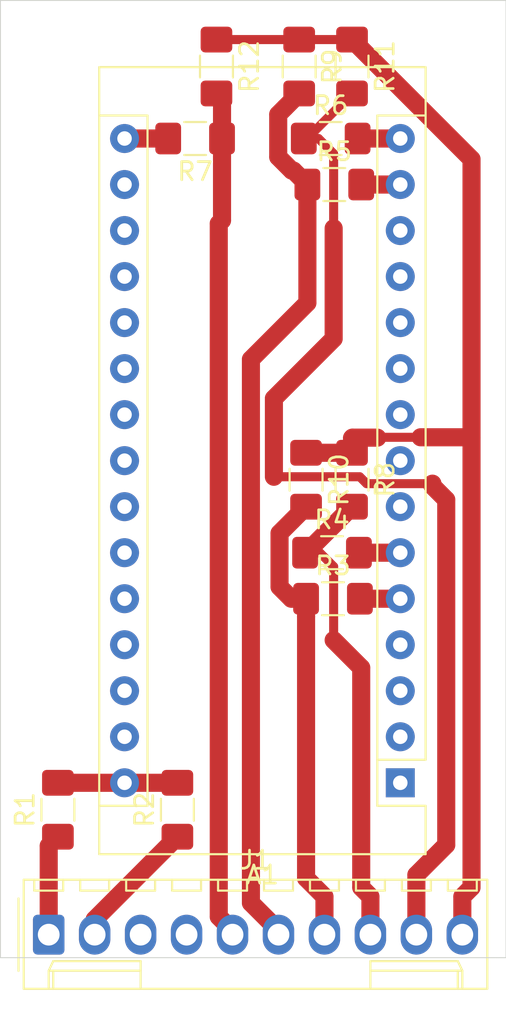
<source format=kicad_pcb>
(kicad_pcb (version 20171130) (host pcbnew 5.0.2-bee76a0~70~ubuntu18.04.1)

  (general
    (thickness 1.6)
    (drawings 6)
    (tracks 78)
    (zones 0)
    (modules 14)
    (nets 41)
  )

  (page A4)
  (layers
    (0 F.Cu signal)
    (31 B.Cu signal)
    (32 B.Adhes user)
    (33 F.Adhes user)
    (34 B.Paste user)
    (35 F.Paste user)
    (36 B.SilkS user)
    (37 F.SilkS user)
    (38 B.Mask user)
    (39 F.Mask user)
    (40 Dwgs.User user)
    (41 Cmts.User user)
    (42 Eco1.User user)
    (43 Eco2.User user)
    (44 Edge.Cuts user)
    (45 Margin user)
    (46 B.CrtYd user)
    (47 F.CrtYd user)
    (48 B.Fab user)
    (49 F.Fab user)
  )

  (setup
    (last_trace_width 1)
    (user_trace_width 0.5)
    (user_trace_width 1)
    (user_trace_width 1.5)
    (user_trace_width 2)
    (trace_clearance 0.2)
    (zone_clearance 0.508)
    (zone_45_only no)
    (trace_min 0.2)
    (segment_width 0.2)
    (edge_width 0.05)
    (via_size 0.8)
    (via_drill 0.4)
    (via_min_size 0.4)
    (via_min_drill 0.3)
    (uvia_size 0.3)
    (uvia_drill 0.1)
    (uvias_allowed no)
    (uvia_min_size 0.2)
    (uvia_min_drill 0.1)
    (pcb_text_width 0.3)
    (pcb_text_size 1.5 1.5)
    (mod_edge_width 0.12)
    (mod_text_size 1 1)
    (mod_text_width 0.15)
    (pad_size 1.524 1.524)
    (pad_drill 0.762)
    (pad_to_mask_clearance 0.051)
    (solder_mask_min_width 0.25)
    (aux_axis_origin 0 0)
    (visible_elements FFFFFF7F)
    (pcbplotparams
      (layerselection 0x010fc_ffffffff)
      (usegerberextensions false)
      (usegerberattributes false)
      (usegerberadvancedattributes false)
      (creategerberjobfile false)
      (excludeedgelayer true)
      (linewidth 0.100000)
      (plotframeref false)
      (viasonmask false)
      (mode 1)
      (useauxorigin false)
      (hpglpennumber 1)
      (hpglpenspeed 20)
      (hpglpendiameter 15.000000)
      (psnegative false)
      (psa4output false)
      (plotreference true)
      (plotvalue true)
      (plotinvisibletext false)
      (padsonsilk false)
      (subtractmaskfromsilk false)
      (outputformat 1)
      (mirror false)
      (drillshape 1)
      (scaleselection 1)
      (outputdirectory ""))
  )

  (net 0 "")
  (net 1 "Net-(A1-Pad1)")
  (net 2 "Net-(A1-Pad17)")
  (net 3 "Net-(A1-Pad2)")
  (net 4 "Net-(A1-Pad18)")
  (net 5 "Net-(A1-Pad3)")
  (net 6 "Net-(A1-Pad19)")
  (net 7 "Net-(A1-Pad4)")
  (net 8 "Net-(A1-Pad20)")
  (net 9 "Net-(A1-Pad5)")
  (net 10 "Net-(A1-Pad21)")
  (net 11 "Net-(A1-Pad6)")
  (net 12 "Net-(A1-Pad22)")
  (net 13 "Net-(A1-Pad7)")
  (net 14 "Net-(A1-Pad23)")
  (net 15 "Net-(A1-Pad8)")
  (net 16 "Net-(A1-Pad24)")
  (net 17 "Net-(A1-Pad9)")
  (net 18 "Net-(A1-Pad25)")
  (net 19 "Net-(A1-Pad10)")
  (net 20 "Net-(A1-Pad26)")
  (net 21 "Net-(A1-Pad11)")
  (net 22 "Net-(A1-Pad27)")
  (net 23 "Net-(A1-Pad12)")
  (net 24 "Net-(A1-Pad28)")
  (net 25 "Net-(A1-Pad13)")
  (net 26 "Net-(A1-Pad29)")
  (net 27 "Net-(A1-Pad14)")
  (net 28 "Net-(A1-Pad30)")
  (net 29 "Net-(A1-Pad15)")
  (net 30 "Net-(A1-Pad16)")
  (net 31 /VIN)
  (net 32 /6V)
  (net 33 /5V)
  (net 34 /3V3)
  (net 35 /CLK)
  (net 36 /DATA)
  (net 37 /MUX)
  (net 38 /LE)
  (net 39 /CE)
  (net 40 GND)

  (net_class Default "This is the default net class."
    (clearance 0.2)
    (trace_width 0.25)
    (via_dia 0.8)
    (via_drill 0.4)
    (uvia_dia 0.3)
    (uvia_drill 0.1)
    (add_net /3V3)
    (add_net /5V)
    (add_net /6V)
    (add_net /CE)
    (add_net /CLK)
    (add_net /DATA)
    (add_net /LE)
    (add_net /MUX)
    (add_net /VIN)
    (add_net GND)
    (add_net "Net-(A1-Pad1)")
    (add_net "Net-(A1-Pad10)")
    (add_net "Net-(A1-Pad11)")
    (add_net "Net-(A1-Pad12)")
    (add_net "Net-(A1-Pad13)")
    (add_net "Net-(A1-Pad14)")
    (add_net "Net-(A1-Pad15)")
    (add_net "Net-(A1-Pad16)")
    (add_net "Net-(A1-Pad17)")
    (add_net "Net-(A1-Pad18)")
    (add_net "Net-(A1-Pad19)")
    (add_net "Net-(A1-Pad2)")
    (add_net "Net-(A1-Pad20)")
    (add_net "Net-(A1-Pad21)")
    (add_net "Net-(A1-Pad22)")
    (add_net "Net-(A1-Pad23)")
    (add_net "Net-(A1-Pad24)")
    (add_net "Net-(A1-Pad25)")
    (add_net "Net-(A1-Pad26)")
    (add_net "Net-(A1-Pad27)")
    (add_net "Net-(A1-Pad28)")
    (add_net "Net-(A1-Pad29)")
    (add_net "Net-(A1-Pad3)")
    (add_net "Net-(A1-Pad30)")
    (add_net "Net-(A1-Pad4)")
    (add_net "Net-(A1-Pad5)")
    (add_net "Net-(A1-Pad6)")
    (add_net "Net-(A1-Pad7)")
    (add_net "Net-(A1-Pad8)")
    (add_net "Net-(A1-Pad9)")
  )

  (module Module:Arduino_Nano (layer F.Cu) (tedit 58ACAF70) (tstamp 5CBD362B)
    (at 163.83 109.22 180)
    (descr "Arduino Nano, http://www.mouser.com/pdfdocs/Gravitech_Arduino_Nano3_0.pdf")
    (tags "Arduino Nano")
    (path /5CBCDEBB)
    (fp_text reference A1 (at 7.62 -5.08 180) (layer F.SilkS)
      (effects (font (size 1 1) (thickness 0.15)))
    )
    (fp_text value Arduino_Nano_v3.x (at 8.89 19.05 270) (layer F.Fab)
      (effects (font (size 1 1) (thickness 0.15)))
    )
    (fp_text user %R (at 6.35 19.05 270) (layer F.Fab)
      (effects (font (size 1 1) (thickness 0.15)))
    )
    (fp_line (start 1.27 1.27) (end 1.27 -1.27) (layer F.SilkS) (width 0.12))
    (fp_line (start 1.27 -1.27) (end -1.4 -1.27) (layer F.SilkS) (width 0.12))
    (fp_line (start -1.4 1.27) (end -1.4 39.5) (layer F.SilkS) (width 0.12))
    (fp_line (start -1.4 -3.94) (end -1.4 -1.27) (layer F.SilkS) (width 0.12))
    (fp_line (start 13.97 -1.27) (end 16.64 -1.27) (layer F.SilkS) (width 0.12))
    (fp_line (start 13.97 -1.27) (end 13.97 36.83) (layer F.SilkS) (width 0.12))
    (fp_line (start 13.97 36.83) (end 16.64 36.83) (layer F.SilkS) (width 0.12))
    (fp_line (start 1.27 1.27) (end -1.4 1.27) (layer F.SilkS) (width 0.12))
    (fp_line (start 1.27 1.27) (end 1.27 36.83) (layer F.SilkS) (width 0.12))
    (fp_line (start 1.27 36.83) (end -1.4 36.83) (layer F.SilkS) (width 0.12))
    (fp_line (start 3.81 31.75) (end 11.43 31.75) (layer F.Fab) (width 0.1))
    (fp_line (start 11.43 31.75) (end 11.43 41.91) (layer F.Fab) (width 0.1))
    (fp_line (start 11.43 41.91) (end 3.81 41.91) (layer F.Fab) (width 0.1))
    (fp_line (start 3.81 41.91) (end 3.81 31.75) (layer F.Fab) (width 0.1))
    (fp_line (start -1.4 39.5) (end 16.64 39.5) (layer F.SilkS) (width 0.12))
    (fp_line (start 16.64 39.5) (end 16.64 -3.94) (layer F.SilkS) (width 0.12))
    (fp_line (start 16.64 -3.94) (end -1.4 -3.94) (layer F.SilkS) (width 0.12))
    (fp_line (start 16.51 39.37) (end -1.27 39.37) (layer F.Fab) (width 0.1))
    (fp_line (start -1.27 39.37) (end -1.27 -2.54) (layer F.Fab) (width 0.1))
    (fp_line (start -1.27 -2.54) (end 0 -3.81) (layer F.Fab) (width 0.1))
    (fp_line (start 0 -3.81) (end 16.51 -3.81) (layer F.Fab) (width 0.1))
    (fp_line (start 16.51 -3.81) (end 16.51 39.37) (layer F.Fab) (width 0.1))
    (fp_line (start -1.53 -4.06) (end 16.75 -4.06) (layer F.CrtYd) (width 0.05))
    (fp_line (start -1.53 -4.06) (end -1.53 42.16) (layer F.CrtYd) (width 0.05))
    (fp_line (start 16.75 42.16) (end 16.75 -4.06) (layer F.CrtYd) (width 0.05))
    (fp_line (start 16.75 42.16) (end -1.53 42.16) (layer F.CrtYd) (width 0.05))
    (pad 1 thru_hole rect (at 0 0 180) (size 1.6 1.6) (drill 0.8) (layers *.Cu *.Mask)
      (net 1 "Net-(A1-Pad1)"))
    (pad 17 thru_hole oval (at 15.24 33.02 180) (size 1.6 1.6) (drill 0.8) (layers *.Cu *.Mask)
      (net 2 "Net-(A1-Pad17)"))
    (pad 2 thru_hole oval (at 0 2.54 180) (size 1.6 1.6) (drill 0.8) (layers *.Cu *.Mask)
      (net 3 "Net-(A1-Pad2)"))
    (pad 18 thru_hole oval (at 15.24 30.48 180) (size 1.6 1.6) (drill 0.8) (layers *.Cu *.Mask)
      (net 4 "Net-(A1-Pad18)"))
    (pad 3 thru_hole oval (at 0 5.08 180) (size 1.6 1.6) (drill 0.8) (layers *.Cu *.Mask)
      (net 5 "Net-(A1-Pad3)"))
    (pad 19 thru_hole oval (at 15.24 27.94 180) (size 1.6 1.6) (drill 0.8) (layers *.Cu *.Mask)
      (net 6 "Net-(A1-Pad19)"))
    (pad 4 thru_hole oval (at 0 7.62 180) (size 1.6 1.6) (drill 0.8) (layers *.Cu *.Mask)
      (net 7 "Net-(A1-Pad4)"))
    (pad 20 thru_hole oval (at 15.24 25.4 180) (size 1.6 1.6) (drill 0.8) (layers *.Cu *.Mask)
      (net 8 "Net-(A1-Pad20)"))
    (pad 5 thru_hole oval (at 0 10.16 180) (size 1.6 1.6) (drill 0.8) (layers *.Cu *.Mask)
      (net 9 "Net-(A1-Pad5)"))
    (pad 21 thru_hole oval (at 15.24 22.86 180) (size 1.6 1.6) (drill 0.8) (layers *.Cu *.Mask)
      (net 10 "Net-(A1-Pad21)"))
    (pad 6 thru_hole oval (at 0 12.7 180) (size 1.6 1.6) (drill 0.8) (layers *.Cu *.Mask)
      (net 11 "Net-(A1-Pad6)"))
    (pad 22 thru_hole oval (at 15.24 20.32 180) (size 1.6 1.6) (drill 0.8) (layers *.Cu *.Mask)
      (net 12 "Net-(A1-Pad22)"))
    (pad 7 thru_hole oval (at 0 15.24 180) (size 1.6 1.6) (drill 0.8) (layers *.Cu *.Mask)
      (net 13 "Net-(A1-Pad7)"))
    (pad 23 thru_hole oval (at 15.24 17.78 180) (size 1.6 1.6) (drill 0.8) (layers *.Cu *.Mask)
      (net 14 "Net-(A1-Pad23)"))
    (pad 8 thru_hole oval (at 0 17.78 180) (size 1.6 1.6) (drill 0.8) (layers *.Cu *.Mask)
      (net 15 "Net-(A1-Pad8)"))
    (pad 24 thru_hole oval (at 15.24 15.24 180) (size 1.6 1.6) (drill 0.8) (layers *.Cu *.Mask)
      (net 16 "Net-(A1-Pad24)"))
    (pad 9 thru_hole oval (at 0 20.32 180) (size 1.6 1.6) (drill 0.8) (layers *.Cu *.Mask)
      (net 17 "Net-(A1-Pad9)"))
    (pad 25 thru_hole oval (at 15.24 12.7 180) (size 1.6 1.6) (drill 0.8) (layers *.Cu *.Mask)
      (net 18 "Net-(A1-Pad25)"))
    (pad 10 thru_hole oval (at 0 22.86 180) (size 1.6 1.6) (drill 0.8) (layers *.Cu *.Mask)
      (net 19 "Net-(A1-Pad10)"))
    (pad 26 thru_hole oval (at 15.24 10.16 180) (size 1.6 1.6) (drill 0.8) (layers *.Cu *.Mask)
      (net 20 "Net-(A1-Pad26)"))
    (pad 11 thru_hole oval (at 0 25.4 180) (size 1.6 1.6) (drill 0.8) (layers *.Cu *.Mask)
      (net 21 "Net-(A1-Pad11)"))
    (pad 27 thru_hole oval (at 15.24 7.62 180) (size 1.6 1.6) (drill 0.8) (layers *.Cu *.Mask)
      (net 22 "Net-(A1-Pad27)"))
    (pad 12 thru_hole oval (at 0 27.94 180) (size 1.6 1.6) (drill 0.8) (layers *.Cu *.Mask)
      (net 23 "Net-(A1-Pad12)"))
    (pad 28 thru_hole oval (at 15.24 5.08 180) (size 1.6 1.6) (drill 0.8) (layers *.Cu *.Mask)
      (net 24 "Net-(A1-Pad28)"))
    (pad 13 thru_hole oval (at 0 30.48 180) (size 1.6 1.6) (drill 0.8) (layers *.Cu *.Mask)
      (net 25 "Net-(A1-Pad13)"))
    (pad 29 thru_hole oval (at 15.24 2.54 180) (size 1.6 1.6) (drill 0.8) (layers *.Cu *.Mask)
      (net 26 "Net-(A1-Pad29)"))
    (pad 14 thru_hole oval (at 0 33.02 180) (size 1.6 1.6) (drill 0.8) (layers *.Cu *.Mask)
      (net 27 "Net-(A1-Pad14)"))
    (pad 30 thru_hole oval (at 15.24 0 180) (size 1.6 1.6) (drill 0.8) (layers *.Cu *.Mask)
      (net 28 "Net-(A1-Pad30)"))
    (pad 15 thru_hole oval (at 0 35.56 180) (size 1.6 1.6) (drill 0.8) (layers *.Cu *.Mask)
      (net 29 "Net-(A1-Pad15)"))
    (pad 16 thru_hole oval (at 15.24 35.56 180) (size 1.6 1.6) (drill 0.8) (layers *.Cu *.Mask)
      (net 30 "Net-(A1-Pad16)"))
    (model ${KISYS3DMOD}/Module.3dshapes/Arduino_Nano_WithMountingHoles.wrl
      (at (xyz 0 0 0))
      (scale (xyz 1 1 1))
      (rotate (xyz 0 0 0))
    )
  )

  (module Connector_Molex:Molex_KK-254_AE-6410-10A_1x10_P2.54mm_Vertical (layer F.Cu) (tedit 5B78013E) (tstamp 5CBD3675)
    (at 144.399 117.602)
    (descr "Molex KK-254 Interconnect System, old/engineering part number: AE-6410-10A example for new part number: 22-27-2101, 10 Pins (http://www.molex.com/pdm_docs/sd/022272021_sd.pdf), generated with kicad-footprint-generator")
    (tags "connector Molex KK-254 side entry")
    (path /5CBCE7CD)
    (fp_text reference J1 (at 11.43 -4.12) (layer F.SilkS)
      (effects (font (size 1 1) (thickness 0.15)))
    )
    (fp_text value Conn_01x10_Female (at 11.43 4.08) (layer F.Fab)
      (effects (font (size 1 1) (thickness 0.15)))
    )
    (fp_line (start -1.27 -2.92) (end -1.27 2.88) (layer F.Fab) (width 0.1))
    (fp_line (start -1.27 2.88) (end 24.13 2.88) (layer F.Fab) (width 0.1))
    (fp_line (start 24.13 2.88) (end 24.13 -2.92) (layer F.Fab) (width 0.1))
    (fp_line (start 24.13 -2.92) (end -1.27 -2.92) (layer F.Fab) (width 0.1))
    (fp_line (start -1.38 -3.03) (end -1.38 2.99) (layer F.SilkS) (width 0.12))
    (fp_line (start -1.38 2.99) (end 24.24 2.99) (layer F.SilkS) (width 0.12))
    (fp_line (start 24.24 2.99) (end 24.24 -3.03) (layer F.SilkS) (width 0.12))
    (fp_line (start 24.24 -3.03) (end -1.38 -3.03) (layer F.SilkS) (width 0.12))
    (fp_line (start -1.67 -2) (end -1.67 2) (layer F.SilkS) (width 0.12))
    (fp_line (start -1.27 -0.5) (end -0.562893 0) (layer F.Fab) (width 0.1))
    (fp_line (start -0.562893 0) (end -1.27 0.5) (layer F.Fab) (width 0.1))
    (fp_line (start 0 2.99) (end 0 1.99) (layer F.SilkS) (width 0.12))
    (fp_line (start 0 1.99) (end 5.08 1.99) (layer F.SilkS) (width 0.12))
    (fp_line (start 5.08 1.99) (end 5.08 2.99) (layer F.SilkS) (width 0.12))
    (fp_line (start 0 1.99) (end 0.25 1.46) (layer F.SilkS) (width 0.12))
    (fp_line (start 0.25 1.46) (end 5.08 1.46) (layer F.SilkS) (width 0.12))
    (fp_line (start 5.08 1.46) (end 5.08 1.99) (layer F.SilkS) (width 0.12))
    (fp_line (start 0.25 2.99) (end 0.25 1.99) (layer F.SilkS) (width 0.12))
    (fp_line (start 22.86 2.99) (end 22.86 1.99) (layer F.SilkS) (width 0.12))
    (fp_line (start 22.86 1.99) (end 17.78 1.99) (layer F.SilkS) (width 0.12))
    (fp_line (start 17.78 1.99) (end 17.78 2.99) (layer F.SilkS) (width 0.12))
    (fp_line (start 22.86 1.99) (end 22.61 1.46) (layer F.SilkS) (width 0.12))
    (fp_line (start 22.61 1.46) (end 17.78 1.46) (layer F.SilkS) (width 0.12))
    (fp_line (start 17.78 1.46) (end 17.78 1.99) (layer F.SilkS) (width 0.12))
    (fp_line (start 22.61 2.99) (end 22.61 1.99) (layer F.SilkS) (width 0.12))
    (fp_line (start -0.8 -3.03) (end -0.8 -2.43) (layer F.SilkS) (width 0.12))
    (fp_line (start -0.8 -2.43) (end 0.8 -2.43) (layer F.SilkS) (width 0.12))
    (fp_line (start 0.8 -2.43) (end 0.8 -3.03) (layer F.SilkS) (width 0.12))
    (fp_line (start 1.74 -3.03) (end 1.74 -2.43) (layer F.SilkS) (width 0.12))
    (fp_line (start 1.74 -2.43) (end 3.34 -2.43) (layer F.SilkS) (width 0.12))
    (fp_line (start 3.34 -2.43) (end 3.34 -3.03) (layer F.SilkS) (width 0.12))
    (fp_line (start 4.28 -3.03) (end 4.28 -2.43) (layer F.SilkS) (width 0.12))
    (fp_line (start 4.28 -2.43) (end 5.88 -2.43) (layer F.SilkS) (width 0.12))
    (fp_line (start 5.88 -2.43) (end 5.88 -3.03) (layer F.SilkS) (width 0.12))
    (fp_line (start 6.82 -3.03) (end 6.82 -2.43) (layer F.SilkS) (width 0.12))
    (fp_line (start 6.82 -2.43) (end 8.42 -2.43) (layer F.SilkS) (width 0.12))
    (fp_line (start 8.42 -2.43) (end 8.42 -3.03) (layer F.SilkS) (width 0.12))
    (fp_line (start 9.36 -3.03) (end 9.36 -2.43) (layer F.SilkS) (width 0.12))
    (fp_line (start 9.36 -2.43) (end 10.96 -2.43) (layer F.SilkS) (width 0.12))
    (fp_line (start 10.96 -2.43) (end 10.96 -3.03) (layer F.SilkS) (width 0.12))
    (fp_line (start 11.9 -3.03) (end 11.9 -2.43) (layer F.SilkS) (width 0.12))
    (fp_line (start 11.9 -2.43) (end 13.5 -2.43) (layer F.SilkS) (width 0.12))
    (fp_line (start 13.5 -2.43) (end 13.5 -3.03) (layer F.SilkS) (width 0.12))
    (fp_line (start 14.44 -3.03) (end 14.44 -2.43) (layer F.SilkS) (width 0.12))
    (fp_line (start 14.44 -2.43) (end 16.04 -2.43) (layer F.SilkS) (width 0.12))
    (fp_line (start 16.04 -2.43) (end 16.04 -3.03) (layer F.SilkS) (width 0.12))
    (fp_line (start 16.98 -3.03) (end 16.98 -2.43) (layer F.SilkS) (width 0.12))
    (fp_line (start 16.98 -2.43) (end 18.58 -2.43) (layer F.SilkS) (width 0.12))
    (fp_line (start 18.58 -2.43) (end 18.58 -3.03) (layer F.SilkS) (width 0.12))
    (fp_line (start 19.52 -3.03) (end 19.52 -2.43) (layer F.SilkS) (width 0.12))
    (fp_line (start 19.52 -2.43) (end 21.12 -2.43) (layer F.SilkS) (width 0.12))
    (fp_line (start 21.12 -2.43) (end 21.12 -3.03) (layer F.SilkS) (width 0.12))
    (fp_line (start 22.06 -3.03) (end 22.06 -2.43) (layer F.SilkS) (width 0.12))
    (fp_line (start 22.06 -2.43) (end 23.66 -2.43) (layer F.SilkS) (width 0.12))
    (fp_line (start 23.66 -2.43) (end 23.66 -3.03) (layer F.SilkS) (width 0.12))
    (fp_line (start -1.77 -3.42) (end -1.77 3.38) (layer F.CrtYd) (width 0.05))
    (fp_line (start -1.77 3.38) (end 24.63 3.38) (layer F.CrtYd) (width 0.05))
    (fp_line (start 24.63 3.38) (end 24.63 -3.42) (layer F.CrtYd) (width 0.05))
    (fp_line (start 24.63 -3.42) (end -1.77 -3.42) (layer F.CrtYd) (width 0.05))
    (fp_text user %R (at 11.43 -2.22) (layer F.Fab)
      (effects (font (size 1 1) (thickness 0.15)))
    )
    (pad 1 thru_hole roundrect (at 0 0) (size 1.74 2.2) (drill 1.2) (layers *.Cu *.Mask) (roundrect_rratio 0.143678)
      (net 31 /VIN))
    (pad 2 thru_hole oval (at 2.54 0) (size 1.74 2.2) (drill 1.2) (layers *.Cu *.Mask)
      (net 32 /6V))
    (pad 3 thru_hole oval (at 5.08 0) (size 1.74 2.2) (drill 1.2) (layers *.Cu *.Mask)
      (net 33 /5V))
    (pad 4 thru_hole oval (at 7.62 0) (size 1.74 2.2) (drill 1.2) (layers *.Cu *.Mask)
      (net 34 /3V3))
    (pad 5 thru_hole oval (at 10.16 0) (size 1.74 2.2) (drill 1.2) (layers *.Cu *.Mask)
      (net 35 /CLK))
    (pad 6 thru_hole oval (at 12.7 0) (size 1.74 2.2) (drill 1.2) (layers *.Cu *.Mask)
      (net 36 /DATA))
    (pad 7 thru_hole oval (at 15.24 0) (size 1.74 2.2) (drill 1.2) (layers *.Cu *.Mask)
      (net 37 /MUX))
    (pad 8 thru_hole oval (at 17.78 0) (size 1.74 2.2) (drill 1.2) (layers *.Cu *.Mask)
      (net 38 /LE))
    (pad 9 thru_hole oval (at 20.32 0) (size 1.74 2.2) (drill 1.2) (layers *.Cu *.Mask)
      (net 39 /CE))
    (pad 10 thru_hole oval (at 22.86 0) (size 1.74 2.2) (drill 1.2) (layers *.Cu *.Mask)
      (net 40 GND))
    (model ${KISYS3DMOD}/Connector_Molex.3dshapes/Molex_KK-254_AE-6410-10A_1x10_P2.54mm_Vertical.wrl
      (at (xyz 0 0 0))
      (scale (xyz 1 1 1))
      (rotate (xyz 0 0 0))
    )
  )

  (module Resistor_SMD:R_1206_3216Metric_Pad1.42x1.75mm_HandSolder (layer F.Cu) (tedit 5B301BBD) (tstamp 5CBD3C2F)
    (at 144.907 110.7075 90)
    (descr "Resistor SMD 1206 (3216 Metric), square (rectangular) end terminal, IPC_7351 nominal with elongated pad for handsoldering. (Body size source: http://www.tortai-tech.com/upload/download/2011102023233369053.pdf), generated with kicad-footprint-generator")
    (tags "resistor handsolder")
    (path /5CBD9563)
    (attr smd)
    (fp_text reference R1 (at 0 -1.82 90) (layer F.SilkS)
      (effects (font (size 1 1) (thickness 0.15)))
    )
    (fp_text value R (at 0 1.82 90) (layer F.Fab)
      (effects (font (size 1 1) (thickness 0.15)))
    )
    (fp_line (start -1.6 0.8) (end -1.6 -0.8) (layer F.Fab) (width 0.1))
    (fp_line (start -1.6 -0.8) (end 1.6 -0.8) (layer F.Fab) (width 0.1))
    (fp_line (start 1.6 -0.8) (end 1.6 0.8) (layer F.Fab) (width 0.1))
    (fp_line (start 1.6 0.8) (end -1.6 0.8) (layer F.Fab) (width 0.1))
    (fp_line (start -0.602064 -0.91) (end 0.602064 -0.91) (layer F.SilkS) (width 0.12))
    (fp_line (start -0.602064 0.91) (end 0.602064 0.91) (layer F.SilkS) (width 0.12))
    (fp_line (start -2.45 1.12) (end -2.45 -1.12) (layer F.CrtYd) (width 0.05))
    (fp_line (start -2.45 -1.12) (end 2.45 -1.12) (layer F.CrtYd) (width 0.05))
    (fp_line (start 2.45 -1.12) (end 2.45 1.12) (layer F.CrtYd) (width 0.05))
    (fp_line (start 2.45 1.12) (end -2.45 1.12) (layer F.CrtYd) (width 0.05))
    (fp_text user %R (at 0 0 90) (layer F.Fab)
      (effects (font (size 0.8 0.8) (thickness 0.12)))
    )
    (pad 1 smd roundrect (at -1.4875 0 90) (size 1.425 1.75) (layers F.Cu F.Paste F.Mask) (roundrect_rratio 0.175439)
      (net 31 /VIN))
    (pad 2 smd roundrect (at 1.4875 0 90) (size 1.425 1.75) (layers F.Cu F.Paste F.Mask) (roundrect_rratio 0.175439)
      (net 28 "Net-(A1-Pad30)"))
    (model ${KISYS3DMOD}/Resistor_SMD.3dshapes/R_1206_3216Metric.wrl
      (at (xyz 0 0 0))
      (scale (xyz 1 1 1))
      (rotate (xyz 0 0 0))
    )
  )

  (module Resistor_SMD:R_1206_3216Metric_Pad1.42x1.75mm_HandSolder (layer F.Cu) (tedit 5B301BBD) (tstamp 5CBD3697)
    (at 151.511 110.7075 90)
    (descr "Resistor SMD 1206 (3216 Metric), square (rectangular) end terminal, IPC_7351 nominal with elongated pad for handsoldering. (Body size source: http://www.tortai-tech.com/upload/download/2011102023233369053.pdf), generated with kicad-footprint-generator")
    (tags "resistor handsolder")
    (path /5CBD956D)
    (attr smd)
    (fp_text reference R2 (at 0 -1.82 90) (layer F.SilkS)
      (effects (font (size 1 1) (thickness 0.15)))
    )
    (fp_text value R (at 0 1.82 90) (layer F.Fab)
      (effects (font (size 1 1) (thickness 0.15)))
    )
    (fp_text user %R (at 0 0 90) (layer F.Fab)
      (effects (font (size 0.8 0.8) (thickness 0.12)))
    )
    (fp_line (start 2.45 1.12) (end -2.45 1.12) (layer F.CrtYd) (width 0.05))
    (fp_line (start 2.45 -1.12) (end 2.45 1.12) (layer F.CrtYd) (width 0.05))
    (fp_line (start -2.45 -1.12) (end 2.45 -1.12) (layer F.CrtYd) (width 0.05))
    (fp_line (start -2.45 1.12) (end -2.45 -1.12) (layer F.CrtYd) (width 0.05))
    (fp_line (start -0.602064 0.91) (end 0.602064 0.91) (layer F.SilkS) (width 0.12))
    (fp_line (start -0.602064 -0.91) (end 0.602064 -0.91) (layer F.SilkS) (width 0.12))
    (fp_line (start 1.6 0.8) (end -1.6 0.8) (layer F.Fab) (width 0.1))
    (fp_line (start 1.6 -0.8) (end 1.6 0.8) (layer F.Fab) (width 0.1))
    (fp_line (start -1.6 -0.8) (end 1.6 -0.8) (layer F.Fab) (width 0.1))
    (fp_line (start -1.6 0.8) (end -1.6 -0.8) (layer F.Fab) (width 0.1))
    (pad 2 smd roundrect (at 1.4875 0 90) (size 1.425 1.75) (layers F.Cu F.Paste F.Mask) (roundrect_rratio 0.175439)
      (net 28 "Net-(A1-Pad30)"))
    (pad 1 smd roundrect (at -1.4875 0 90) (size 1.425 1.75) (layers F.Cu F.Paste F.Mask) (roundrect_rratio 0.175439)
      (net 32 /6V))
    (model ${KISYS3DMOD}/Resistor_SMD.3dshapes/R_1206_3216Metric.wrl
      (at (xyz 0 0 0))
      (scale (xyz 1 1 1))
      (rotate (xyz 0 0 0))
    )
  )

  (module Resistor_SMD:R_1206_3216Metric_Pad1.42x1.75mm_HandSolder (layer F.Cu) (tedit 5B301BBD) (tstamp 5CBD36A8)
    (at 160.1105 99.06)
    (descr "Resistor SMD 1206 (3216 Metric), square (rectangular) end terminal, IPC_7351 nominal with elongated pad for handsoldering. (Body size source: http://www.tortai-tech.com/upload/download/2011102023233369053.pdf), generated with kicad-footprint-generator")
    (tags "resistor handsolder")
    (path /5CBD422F)
    (attr smd)
    (fp_text reference R3 (at 0 -1.82) (layer F.SilkS)
      (effects (font (size 1 1) (thickness 0.15)))
    )
    (fp_text value R (at 0 1.82) (layer F.Fab)
      (effects (font (size 1 1) (thickness 0.15)))
    )
    (fp_text user %R (at 0 0) (layer F.Fab)
      (effects (font (size 0.8 0.8) (thickness 0.12)))
    )
    (fp_line (start 2.45 1.12) (end -2.45 1.12) (layer F.CrtYd) (width 0.05))
    (fp_line (start 2.45 -1.12) (end 2.45 1.12) (layer F.CrtYd) (width 0.05))
    (fp_line (start -2.45 -1.12) (end 2.45 -1.12) (layer F.CrtYd) (width 0.05))
    (fp_line (start -2.45 1.12) (end -2.45 -1.12) (layer F.CrtYd) (width 0.05))
    (fp_line (start -0.602064 0.91) (end 0.602064 0.91) (layer F.SilkS) (width 0.12))
    (fp_line (start -0.602064 -0.91) (end 0.602064 -0.91) (layer F.SilkS) (width 0.12))
    (fp_line (start 1.6 0.8) (end -1.6 0.8) (layer F.Fab) (width 0.1))
    (fp_line (start 1.6 -0.8) (end 1.6 0.8) (layer F.Fab) (width 0.1))
    (fp_line (start -1.6 -0.8) (end 1.6 -0.8) (layer F.Fab) (width 0.1))
    (fp_line (start -1.6 0.8) (end -1.6 -0.8) (layer F.Fab) (width 0.1))
    (pad 2 smd roundrect (at 1.4875 0) (size 1.425 1.75) (layers F.Cu F.Paste F.Mask) (roundrect_rratio 0.175439)
      (net 9 "Net-(A1-Pad5)"))
    (pad 1 smd roundrect (at -1.4875 0) (size 1.425 1.75) (layers F.Cu F.Paste F.Mask) (roundrect_rratio 0.175439)
      (net 37 /MUX))
    (model ${KISYS3DMOD}/Resistor_SMD.3dshapes/R_1206_3216Metric.wrl
      (at (xyz 0 0 0))
      (scale (xyz 1 1 1))
      (rotate (xyz 0 0 0))
    )
  )

  (module Resistor_SMD:R_1206_3216Metric_Pad1.42x1.75mm_HandSolder (layer F.Cu) (tedit 5B301BBD) (tstamp 5CBD36B9)
    (at 160.0565 96.52)
    (descr "Resistor SMD 1206 (3216 Metric), square (rectangular) end terminal, IPC_7351 nominal with elongated pad for handsoldering. (Body size source: http://www.tortai-tech.com/upload/download/2011102023233369053.pdf), generated with kicad-footprint-generator")
    (tags "resistor handsolder")
    (path /5CBD45D4)
    (attr smd)
    (fp_text reference R4 (at 0 -1.82) (layer F.SilkS)
      (effects (font (size 1 1) (thickness 0.15)))
    )
    (fp_text value R (at 0 1.82) (layer F.Fab)
      (effects (font (size 1 1) (thickness 0.15)))
    )
    (fp_line (start -1.6 0.8) (end -1.6 -0.8) (layer F.Fab) (width 0.1))
    (fp_line (start -1.6 -0.8) (end 1.6 -0.8) (layer F.Fab) (width 0.1))
    (fp_line (start 1.6 -0.8) (end 1.6 0.8) (layer F.Fab) (width 0.1))
    (fp_line (start 1.6 0.8) (end -1.6 0.8) (layer F.Fab) (width 0.1))
    (fp_line (start -0.602064 -0.91) (end 0.602064 -0.91) (layer F.SilkS) (width 0.12))
    (fp_line (start -0.602064 0.91) (end 0.602064 0.91) (layer F.SilkS) (width 0.12))
    (fp_line (start -2.45 1.12) (end -2.45 -1.12) (layer F.CrtYd) (width 0.05))
    (fp_line (start -2.45 -1.12) (end 2.45 -1.12) (layer F.CrtYd) (width 0.05))
    (fp_line (start 2.45 -1.12) (end 2.45 1.12) (layer F.CrtYd) (width 0.05))
    (fp_line (start 2.45 1.12) (end -2.45 1.12) (layer F.CrtYd) (width 0.05))
    (fp_text user %R (at 0 0) (layer F.Fab)
      (effects (font (size 0.8 0.8) (thickness 0.12)))
    )
    (pad 1 smd roundrect (at -1.4875 0) (size 1.425 1.75) (layers F.Cu F.Paste F.Mask) (roundrect_rratio 0.175439)
      (net 38 /LE))
    (pad 2 smd roundrect (at 1.4875 0) (size 1.425 1.75) (layers F.Cu F.Paste F.Mask) (roundrect_rratio 0.175439)
      (net 11 "Net-(A1-Pad6)"))
    (model ${KISYS3DMOD}/Resistor_SMD.3dshapes/R_1206_3216Metric.wrl
      (at (xyz 0 0 0))
      (scale (xyz 1 1 1))
      (rotate (xyz 0 0 0))
    )
  )

  (module Resistor_SMD:R_1206_3216Metric_Pad1.42x1.75mm_HandSolder (layer F.Cu) (tedit 5B301BBD) (tstamp 5CBD36CA)
    (at 160.1835 76.2)
    (descr "Resistor SMD 1206 (3216 Metric), square (rectangular) end terminal, IPC_7351 nominal with elongated pad for handsoldering. (Body size source: http://www.tortai-tech.com/upload/download/2011102023233369053.pdf), generated with kicad-footprint-generator")
    (tags "resistor handsolder")
    (path /5CBD3A87)
    (attr smd)
    (fp_text reference R5 (at 0 -1.82) (layer F.SilkS)
      (effects (font (size 1 1) (thickness 0.15)))
    )
    (fp_text value R (at 0 1.82) (layer F.Fab)
      (effects (font (size 1 1) (thickness 0.15)))
    )
    (fp_line (start -1.6 0.8) (end -1.6 -0.8) (layer F.Fab) (width 0.1))
    (fp_line (start -1.6 -0.8) (end 1.6 -0.8) (layer F.Fab) (width 0.1))
    (fp_line (start 1.6 -0.8) (end 1.6 0.8) (layer F.Fab) (width 0.1))
    (fp_line (start 1.6 0.8) (end -1.6 0.8) (layer F.Fab) (width 0.1))
    (fp_line (start -0.602064 -0.91) (end 0.602064 -0.91) (layer F.SilkS) (width 0.12))
    (fp_line (start -0.602064 0.91) (end 0.602064 0.91) (layer F.SilkS) (width 0.12))
    (fp_line (start -2.45 1.12) (end -2.45 -1.12) (layer F.CrtYd) (width 0.05))
    (fp_line (start -2.45 -1.12) (end 2.45 -1.12) (layer F.CrtYd) (width 0.05))
    (fp_line (start 2.45 -1.12) (end 2.45 1.12) (layer F.CrtYd) (width 0.05))
    (fp_line (start 2.45 1.12) (end -2.45 1.12) (layer F.CrtYd) (width 0.05))
    (fp_text user %R (at 0 0) (layer F.Fab)
      (effects (font (size 0.8 0.8) (thickness 0.12)))
    )
    (pad 1 smd roundrect (at -1.4875 0) (size 1.425 1.75) (layers F.Cu F.Paste F.Mask) (roundrect_rratio 0.175439)
      (net 36 /DATA))
    (pad 2 smd roundrect (at 1.4875 0) (size 1.425 1.75) (layers F.Cu F.Paste F.Mask) (roundrect_rratio 0.175439)
      (net 27 "Net-(A1-Pad14)"))
    (model ${KISYS3DMOD}/Resistor_SMD.3dshapes/R_1206_3216Metric.wrl
      (at (xyz 0 0 0))
      (scale (xyz 1 1 1))
      (rotate (xyz 0 0 0))
    )
  )

  (module Resistor_SMD:R_1206_3216Metric_Pad1.42x1.75mm_HandSolder (layer F.Cu) (tedit 5B301BBD) (tstamp 5CBD36DB)
    (at 159.9835 73.66)
    (descr "Resistor SMD 1206 (3216 Metric), square (rectangular) end terminal, IPC_7351 nominal with elongated pad for handsoldering. (Body size source: http://www.tortai-tech.com/upload/download/2011102023233369053.pdf), generated with kicad-footprint-generator")
    (tags "resistor handsolder")
    (path /5CBD3F1B)
    (attr smd)
    (fp_text reference R6 (at 0 -1.82) (layer F.SilkS)
      (effects (font (size 1 1) (thickness 0.15)))
    )
    (fp_text value R (at 0 1.82) (layer F.Fab)
      (effects (font (size 1 1) (thickness 0.15)))
    )
    (fp_text user %R (at 0 0) (layer F.Fab)
      (effects (font (size 0.8 0.8) (thickness 0.12)))
    )
    (fp_line (start 2.45 1.12) (end -2.45 1.12) (layer F.CrtYd) (width 0.05))
    (fp_line (start 2.45 -1.12) (end 2.45 1.12) (layer F.CrtYd) (width 0.05))
    (fp_line (start -2.45 -1.12) (end 2.45 -1.12) (layer F.CrtYd) (width 0.05))
    (fp_line (start -2.45 1.12) (end -2.45 -1.12) (layer F.CrtYd) (width 0.05))
    (fp_line (start -0.602064 0.91) (end 0.602064 0.91) (layer F.SilkS) (width 0.12))
    (fp_line (start -0.602064 -0.91) (end 0.602064 -0.91) (layer F.SilkS) (width 0.12))
    (fp_line (start 1.6 0.8) (end -1.6 0.8) (layer F.Fab) (width 0.1))
    (fp_line (start 1.6 -0.8) (end 1.6 0.8) (layer F.Fab) (width 0.1))
    (fp_line (start -1.6 -0.8) (end 1.6 -0.8) (layer F.Fab) (width 0.1))
    (fp_line (start -1.6 0.8) (end -1.6 -0.8) (layer F.Fab) (width 0.1))
    (pad 2 smd roundrect (at 1.4875 0) (size 1.425 1.75) (layers F.Cu F.Paste F.Mask) (roundrect_rratio 0.175439)
      (net 29 "Net-(A1-Pad15)"))
    (pad 1 smd roundrect (at -1.4875 0) (size 1.425 1.75) (layers F.Cu F.Paste F.Mask) (roundrect_rratio 0.175439)
      (net 39 /CE))
    (model ${KISYS3DMOD}/Resistor_SMD.3dshapes/R_1206_3216Metric.wrl
      (at (xyz 0 0 0))
      (scale (xyz 1 1 1))
      (rotate (xyz 0 0 0))
    )
  )

  (module Resistor_SMD:R_1206_3216Metric_Pad1.42x1.75mm_HandSolder (layer F.Cu) (tedit 5B301BBD) (tstamp 5CBD36EC)
    (at 152.4905 73.66 180)
    (descr "Resistor SMD 1206 (3216 Metric), square (rectangular) end terminal, IPC_7351 nominal with elongated pad for handsoldering. (Body size source: http://www.tortai-tech.com/upload/download/2011102023233369053.pdf), generated with kicad-footprint-generator")
    (tags "resistor handsolder")
    (path /5CBD407E)
    (attr smd)
    (fp_text reference R7 (at 0 -1.82 180) (layer F.SilkS)
      (effects (font (size 1 1) (thickness 0.15)))
    )
    (fp_text value R (at 0 1.82 180) (layer F.Fab)
      (effects (font (size 1 1) (thickness 0.15)))
    )
    (fp_line (start -1.6 0.8) (end -1.6 -0.8) (layer F.Fab) (width 0.1))
    (fp_line (start -1.6 -0.8) (end 1.6 -0.8) (layer F.Fab) (width 0.1))
    (fp_line (start 1.6 -0.8) (end 1.6 0.8) (layer F.Fab) (width 0.1))
    (fp_line (start 1.6 0.8) (end -1.6 0.8) (layer F.Fab) (width 0.1))
    (fp_line (start -0.602064 -0.91) (end 0.602064 -0.91) (layer F.SilkS) (width 0.12))
    (fp_line (start -0.602064 0.91) (end 0.602064 0.91) (layer F.SilkS) (width 0.12))
    (fp_line (start -2.45 1.12) (end -2.45 -1.12) (layer F.CrtYd) (width 0.05))
    (fp_line (start -2.45 -1.12) (end 2.45 -1.12) (layer F.CrtYd) (width 0.05))
    (fp_line (start 2.45 -1.12) (end 2.45 1.12) (layer F.CrtYd) (width 0.05))
    (fp_line (start 2.45 1.12) (end -2.45 1.12) (layer F.CrtYd) (width 0.05))
    (fp_text user %R (at 0 0 180) (layer F.Fab)
      (effects (font (size 0.8 0.8) (thickness 0.12)))
    )
    (pad 1 smd roundrect (at -1.4875 0 180) (size 1.425 1.75) (layers F.Cu F.Paste F.Mask) (roundrect_rratio 0.175439)
      (net 35 /CLK))
    (pad 2 smd roundrect (at 1.4875 0 180) (size 1.425 1.75) (layers F.Cu F.Paste F.Mask) (roundrect_rratio 0.175439)
      (net 30 "Net-(A1-Pad16)"))
    (model ${KISYS3DMOD}/Resistor_SMD.3dshapes/R_1206_3216Metric.wrl
      (at (xyz 0 0 0))
      (scale (xyz 1 1 1))
      (rotate (xyz 0 0 0))
    )
  )

  (module Resistor_SMD:R_1206_3216Metric_Pad1.42x1.75mm_HandSolder (layer F.Cu) (tedit 5B301BBD) (tstamp 5CBD36FD)
    (at 161.163 92.4925 270)
    (descr "Resistor SMD 1206 (3216 Metric), square (rectangular) end terminal, IPC_7351 nominal with elongated pad for handsoldering. (Body size source: http://www.tortai-tech.com/upload/download/2011102023233369053.pdf), generated with kicad-footprint-generator")
    (tags "resistor handsolder")
    (path /5CBD473C)
    (attr smd)
    (fp_text reference R8 (at 0 -1.82 270) (layer F.SilkS)
      (effects (font (size 1 1) (thickness 0.15)))
    )
    (fp_text value R (at 0 1.82 270) (layer F.Fab)
      (effects (font (size 1 1) (thickness 0.15)))
    )
    (fp_text user %R (at 0 0 270) (layer F.Fab)
      (effects (font (size 0.8 0.8) (thickness 0.12)))
    )
    (fp_line (start 2.45 1.12) (end -2.45 1.12) (layer F.CrtYd) (width 0.05))
    (fp_line (start 2.45 -1.12) (end 2.45 1.12) (layer F.CrtYd) (width 0.05))
    (fp_line (start -2.45 -1.12) (end 2.45 -1.12) (layer F.CrtYd) (width 0.05))
    (fp_line (start -2.45 1.12) (end -2.45 -1.12) (layer F.CrtYd) (width 0.05))
    (fp_line (start -0.602064 0.91) (end 0.602064 0.91) (layer F.SilkS) (width 0.12))
    (fp_line (start -0.602064 -0.91) (end 0.602064 -0.91) (layer F.SilkS) (width 0.12))
    (fp_line (start 1.6 0.8) (end -1.6 0.8) (layer F.Fab) (width 0.1))
    (fp_line (start 1.6 -0.8) (end 1.6 0.8) (layer F.Fab) (width 0.1))
    (fp_line (start -1.6 -0.8) (end 1.6 -0.8) (layer F.Fab) (width 0.1))
    (fp_line (start -1.6 0.8) (end -1.6 -0.8) (layer F.Fab) (width 0.1))
    (pad 2 smd roundrect (at 1.4875 0 270) (size 1.425 1.75) (layers F.Cu F.Paste F.Mask) (roundrect_rratio 0.175439)
      (net 38 /LE))
    (pad 1 smd roundrect (at -1.4875 0 270) (size 1.425 1.75) (layers F.Cu F.Paste F.Mask) (roundrect_rratio 0.175439)
      (net 40 GND))
    (model ${KISYS3DMOD}/Resistor_SMD.3dshapes/R_1206_3216Metric.wrl
      (at (xyz 0 0 0))
      (scale (xyz 1 1 1))
      (rotate (xyz 0 0 0))
    )
  )

  (module Resistor_SMD:R_1206_3216Metric_Pad1.42x1.75mm_HandSolder (layer F.Cu) (tedit 5B301BBD) (tstamp 5CBD370E)
    (at 158.242 69.6865 270)
    (descr "Resistor SMD 1206 (3216 Metric), square (rectangular) end terminal, IPC_7351 nominal with elongated pad for handsoldering. (Body size source: http://www.tortai-tech.com/upload/download/2011102023233369053.pdf), generated with kicad-footprint-generator")
    (tags "resistor handsolder")
    (path /5CBD4D98)
    (attr smd)
    (fp_text reference R9 (at 0 -1.82 270) (layer F.SilkS)
      (effects (font (size 1 1) (thickness 0.15)))
    )
    (fp_text value R (at 0 1.82 270) (layer F.Fab)
      (effects (font (size 1 1) (thickness 0.15)))
    )
    (fp_text user %R (at 0 0 270) (layer F.Fab)
      (effects (font (size 0.8 0.8) (thickness 0.12)))
    )
    (fp_line (start 2.45 1.12) (end -2.45 1.12) (layer F.CrtYd) (width 0.05))
    (fp_line (start 2.45 -1.12) (end 2.45 1.12) (layer F.CrtYd) (width 0.05))
    (fp_line (start -2.45 -1.12) (end 2.45 -1.12) (layer F.CrtYd) (width 0.05))
    (fp_line (start -2.45 1.12) (end -2.45 -1.12) (layer F.CrtYd) (width 0.05))
    (fp_line (start -0.602064 0.91) (end 0.602064 0.91) (layer F.SilkS) (width 0.12))
    (fp_line (start -0.602064 -0.91) (end 0.602064 -0.91) (layer F.SilkS) (width 0.12))
    (fp_line (start 1.6 0.8) (end -1.6 0.8) (layer F.Fab) (width 0.1))
    (fp_line (start 1.6 -0.8) (end 1.6 0.8) (layer F.Fab) (width 0.1))
    (fp_line (start -1.6 -0.8) (end 1.6 -0.8) (layer F.Fab) (width 0.1))
    (fp_line (start -1.6 0.8) (end -1.6 -0.8) (layer F.Fab) (width 0.1))
    (pad 2 smd roundrect (at 1.4875 0 270) (size 1.425 1.75) (layers F.Cu F.Paste F.Mask) (roundrect_rratio 0.175439)
      (net 36 /DATA))
    (pad 1 smd roundrect (at -1.4875 0 270) (size 1.425 1.75) (layers F.Cu F.Paste F.Mask) (roundrect_rratio 0.175439)
      (net 40 GND))
    (model ${KISYS3DMOD}/Resistor_SMD.3dshapes/R_1206_3216Metric.wrl
      (at (xyz 0 0 0))
      (scale (xyz 1 1 1))
      (rotate (xyz 0 0 0))
    )
  )

  (module Resistor_SMD:R_1206_3216Metric_Pad1.42x1.75mm_HandSolder (layer F.Cu) (tedit 5B301BBD) (tstamp 5CBD371F)
    (at 158.623 92.4925 270)
    (descr "Resistor SMD 1206 (3216 Metric), square (rectangular) end terminal, IPC_7351 nominal with elongated pad for handsoldering. (Body size source: http://www.tortai-tech.com/upload/download/2011102023233369053.pdf), generated with kicad-footprint-generator")
    (tags "resistor handsolder")
    (path /5CBD4AFF)
    (attr smd)
    (fp_text reference R10 (at 0 -1.82 270) (layer F.SilkS)
      (effects (font (size 1 1) (thickness 0.15)))
    )
    (fp_text value R (at 0 1.82 270) (layer F.Fab)
      (effects (font (size 1 1) (thickness 0.15)))
    )
    (fp_line (start -1.6 0.8) (end -1.6 -0.8) (layer F.Fab) (width 0.1))
    (fp_line (start -1.6 -0.8) (end 1.6 -0.8) (layer F.Fab) (width 0.1))
    (fp_line (start 1.6 -0.8) (end 1.6 0.8) (layer F.Fab) (width 0.1))
    (fp_line (start 1.6 0.8) (end -1.6 0.8) (layer F.Fab) (width 0.1))
    (fp_line (start -0.602064 -0.91) (end 0.602064 -0.91) (layer F.SilkS) (width 0.12))
    (fp_line (start -0.602064 0.91) (end 0.602064 0.91) (layer F.SilkS) (width 0.12))
    (fp_line (start -2.45 1.12) (end -2.45 -1.12) (layer F.CrtYd) (width 0.05))
    (fp_line (start -2.45 -1.12) (end 2.45 -1.12) (layer F.CrtYd) (width 0.05))
    (fp_line (start 2.45 -1.12) (end 2.45 1.12) (layer F.CrtYd) (width 0.05))
    (fp_line (start 2.45 1.12) (end -2.45 1.12) (layer F.CrtYd) (width 0.05))
    (fp_text user %R (at 0 0 270) (layer F.Fab)
      (effects (font (size 0.8 0.8) (thickness 0.12)))
    )
    (pad 1 smd roundrect (at -1.4875 0 270) (size 1.425 1.75) (layers F.Cu F.Paste F.Mask) (roundrect_rratio 0.175439)
      (net 40 GND))
    (pad 2 smd roundrect (at 1.4875 0 270) (size 1.425 1.75) (layers F.Cu F.Paste F.Mask) (roundrect_rratio 0.175439)
      (net 37 /MUX))
    (model ${KISYS3DMOD}/Resistor_SMD.3dshapes/R_1206_3216Metric.wrl
      (at (xyz 0 0 0))
      (scale (xyz 1 1 1))
      (rotate (xyz 0 0 0))
    )
  )

  (module Resistor_SMD:R_1206_3216Metric_Pad1.42x1.75mm_HandSolder (layer F.Cu) (tedit 5B301BBD) (tstamp 5CBD3730)
    (at 161.163 69.6865 270)
    (descr "Resistor SMD 1206 (3216 Metric), square (rectangular) end terminal, IPC_7351 nominal with elongated pad for handsoldering. (Body size source: http://www.tortai-tech.com/upload/download/2011102023233369053.pdf), generated with kicad-footprint-generator")
    (tags "resistor handsolder")
    (path /5CBD5448)
    (attr smd)
    (fp_text reference R11 (at 0 -1.82 270) (layer F.SilkS)
      (effects (font (size 1 1) (thickness 0.15)))
    )
    (fp_text value R (at 0 1.82 270) (layer F.Fab)
      (effects (font (size 1 1) (thickness 0.15)))
    )
    (fp_line (start -1.6 0.8) (end -1.6 -0.8) (layer F.Fab) (width 0.1))
    (fp_line (start -1.6 -0.8) (end 1.6 -0.8) (layer F.Fab) (width 0.1))
    (fp_line (start 1.6 -0.8) (end 1.6 0.8) (layer F.Fab) (width 0.1))
    (fp_line (start 1.6 0.8) (end -1.6 0.8) (layer F.Fab) (width 0.1))
    (fp_line (start -0.602064 -0.91) (end 0.602064 -0.91) (layer F.SilkS) (width 0.12))
    (fp_line (start -0.602064 0.91) (end 0.602064 0.91) (layer F.SilkS) (width 0.12))
    (fp_line (start -2.45 1.12) (end -2.45 -1.12) (layer F.CrtYd) (width 0.05))
    (fp_line (start -2.45 -1.12) (end 2.45 -1.12) (layer F.CrtYd) (width 0.05))
    (fp_line (start 2.45 -1.12) (end 2.45 1.12) (layer F.CrtYd) (width 0.05))
    (fp_line (start 2.45 1.12) (end -2.45 1.12) (layer F.CrtYd) (width 0.05))
    (fp_text user %R (at 0 0 270) (layer F.Fab)
      (effects (font (size 0.8 0.8) (thickness 0.12)))
    )
    (pad 1 smd roundrect (at -1.4875 0 270) (size 1.425 1.75) (layers F.Cu F.Paste F.Mask) (roundrect_rratio 0.175439)
      (net 40 GND))
    (pad 2 smd roundrect (at 1.4875 0 270) (size 1.425 1.75) (layers F.Cu F.Paste F.Mask) (roundrect_rratio 0.175439)
      (net 39 /CE))
    (model ${KISYS3DMOD}/Resistor_SMD.3dshapes/R_1206_3216Metric.wrl
      (at (xyz 0 0 0))
      (scale (xyz 1 1 1))
      (rotate (xyz 0 0 0))
    )
  )

  (module Resistor_SMD:R_1206_3216Metric_Pad1.42x1.75mm_HandSolder (layer F.Cu) (tedit 5B301BBD) (tstamp 5CBD3741)
    (at 153.67 69.6865 270)
    (descr "Resistor SMD 1206 (3216 Metric), square (rectangular) end terminal, IPC_7351 nominal with elongated pad for handsoldering. (Body size source: http://www.tortai-tech.com/upload/download/2011102023233369053.pdf), generated with kicad-footprint-generator")
    (tags "resistor handsolder")
    (path /5CBD5871)
    (attr smd)
    (fp_text reference R12 (at 0 -1.82 270) (layer F.SilkS)
      (effects (font (size 1 1) (thickness 0.15)))
    )
    (fp_text value R (at 0 1.82 270) (layer F.Fab)
      (effects (font (size 1 1) (thickness 0.15)))
    )
    (fp_text user %R (at 0 0 270) (layer F.Fab)
      (effects (font (size 0.8 0.8) (thickness 0.12)))
    )
    (fp_line (start 2.45 1.12) (end -2.45 1.12) (layer F.CrtYd) (width 0.05))
    (fp_line (start 2.45 -1.12) (end 2.45 1.12) (layer F.CrtYd) (width 0.05))
    (fp_line (start -2.45 -1.12) (end 2.45 -1.12) (layer F.CrtYd) (width 0.05))
    (fp_line (start -2.45 1.12) (end -2.45 -1.12) (layer F.CrtYd) (width 0.05))
    (fp_line (start -0.602064 0.91) (end 0.602064 0.91) (layer F.SilkS) (width 0.12))
    (fp_line (start -0.602064 -0.91) (end 0.602064 -0.91) (layer F.SilkS) (width 0.12))
    (fp_line (start 1.6 0.8) (end -1.6 0.8) (layer F.Fab) (width 0.1))
    (fp_line (start 1.6 -0.8) (end 1.6 0.8) (layer F.Fab) (width 0.1))
    (fp_line (start -1.6 -0.8) (end 1.6 -0.8) (layer F.Fab) (width 0.1))
    (fp_line (start -1.6 0.8) (end -1.6 -0.8) (layer F.Fab) (width 0.1))
    (pad 2 smd roundrect (at 1.4875 0 270) (size 1.425 1.75) (layers F.Cu F.Paste F.Mask) (roundrect_rratio 0.175439)
      (net 35 /CLK))
    (pad 1 smd roundrect (at -1.4875 0 270) (size 1.425 1.75) (layers F.Cu F.Paste F.Mask) (roundrect_rratio 0.175439)
      (net 40 GND))
    (model ${KISYS3DMOD}/Resistor_SMD.3dshapes/R_1206_3216Metric.wrl
      (at (xyz 0 0 0))
      (scale (xyz 1 1 1))
      (rotate (xyz 0 0 0))
    )
  )

  (gr_line (start 141.732 66.04) (end 141.732 118.872) (layer Edge.Cuts) (width 0.05))
  (gr_line (start 169.672 66.04) (end 141.732 66.04) (layer Edge.Cuts) (width 0.05))
  (gr_line (start 169.672 118.872) (end 169.672 66.04) (layer Edge.Cuts) (width 0.05))
  (gr_line (start 169.164 118.872) (end 169.672 118.872) (layer Edge.Cuts) (width 0.05))
  (gr_line (start 168.656 118.872) (end 169.164 118.872) (layer Edge.Cuts) (width 0.05))
  (gr_line (start 141.732 118.872) (end 168.656 118.872) (layer Edge.Cuts) (width 0.05))

  (segment (start 163.83 99.06) (end 161.598 99.06) (width 1) (layer F.Cu) (net 9))
  (segment (start 163.83 96.52) (end 161.544 96.52) (width 1) (layer F.Cu) (net 11))
  (segment (start 163.83 76.2) (end 161.671 76.2) (width 1) (layer F.Cu) (net 27))
  (segment (start 148.59 109.22) (end 144.907 109.22) (width 1) (layer F.Cu) (net 28))
  (segment (start 148.59 109.22) (end 151.511 109.22) (width 1) (layer F.Cu) (net 28))
  (segment (start 163.83 73.66) (end 161.471 73.66) (width 1) (layer F.Cu) (net 29))
  (segment (start 148.59 73.66) (end 151.003 73.66) (width 1) (layer F.Cu) (net 30))
  (segment (start 144.399 112.703) (end 144.907 112.195) (width 1) (layer F.Cu) (net 31))
  (segment (start 144.399 117.602) (end 144.399 112.703) (width 1) (layer F.Cu) (net 31))
  (segment (start 146.939 116.767) (end 151.511 112.195) (width 1) (layer F.Cu) (net 32))
  (segment (start 146.939 117.602) (end 146.939 116.767) (width 1) (layer F.Cu) (net 32))
  (segment (start 153.978 71.482) (end 153.67 71.174) (width 1) (layer F.Cu) (net 35))
  (segment (start 153.978 73.66) (end 153.978 71.482) (width 1) (layer F.Cu) (net 35))
  (segment (start 154.559 117.372) (end 153.797 116.61) (width 1) (layer F.Cu) (net 35))
  (segment (start 154.559 117.602) (end 154.559 117.372) (width 1) (layer F.Cu) (net 35))
  (segment (start 153.797 116.61) (end 153.797 78.359) (width 1) (layer F.Cu) (net 35))
  (segment (start 153.978 78.178) (end 153.978 73.66) (width 1) (layer F.Cu) (net 35))
  (segment (start 153.797 78.359) (end 153.978 78.178) (width 1) (layer F.Cu) (net 35))
  (segment (start 157.08349 72.33251) (end 157.470653 71.945347) (width 1) (layer F.Cu) (net 36))
  (segment (start 157.08349 74.67851) (end 157.08349 72.33251) (width 1) (layer F.Cu) (net 36))
  (segment (start 157.833633 75.428653) (end 157.08349 74.67851) (width 1) (layer F.Cu) (net 36))
  (segment (start 157.470653 71.945347) (end 158.242 71.174) (width 1) (layer F.Cu) (net 36))
  (segment (start 157.924653 75.428653) (end 157.833633 75.428653) (width 1) (layer F.Cu) (net 36))
  (segment (start 158.696 76.2) (end 157.924653 75.428653) (width 1) (layer F.Cu) (net 36))
  (segment (start 157.099 117.372) (end 155.575 115.848) (width 1) (layer F.Cu) (net 36))
  (segment (start 157.099 117.602) (end 157.099 117.372) (width 1) (layer F.Cu) (net 36))
  (segment (start 155.575 115.848) (end 155.575 85.852) (width 1) (layer F.Cu) (net 36))
  (segment (start 158.696 82.731) (end 158.696 76.2) (width 1) (layer F.Cu) (net 36))
  (segment (start 155.575 85.852) (end 158.696 82.731) (width 1) (layer F.Cu) (net 36))
  (segment (start 157.851653 94.751347) (end 158.623 93.98) (width 1) (layer F.Cu) (net 37))
  (segment (start 157.15649 95.44651) (end 157.851653 94.751347) (width 1) (layer F.Cu) (net 37))
  (segment (start 157.15649 98.40599) (end 157.15649 95.44651) (width 1) (layer F.Cu) (net 37))
  (segment (start 157.8105 99.06) (end 157.15649 98.40599) (width 1) (layer F.Cu) (net 37))
  (segment (start 158.623 99.06) (end 157.8105 99.06) (width 1) (layer F.Cu) (net 37))
  (segment (start 158.623 100.035) (end 158.623 99.06) (width 1) (layer F.Cu) (net 37))
  (segment (start 158.623 114.486) (end 158.623 100.035) (width 1) (layer F.Cu) (net 37))
  (segment (start 159.639 115.502) (end 158.623 114.486) (width 1) (layer F.Cu) (net 37))
  (segment (start 159.639 117.602) (end 159.639 115.502) (width 1) (layer F.Cu) (net 37))
  (segment (start 158.623 96.52) (end 161.163 93.98) (width 1) (layer F.Cu) (net 38))
  (segment (start 158.569 96.52) (end 158.623 96.52) (width 1) (layer F.Cu) (net 38))
  (segment (start 159.3815 96.52) (end 160.147 97.2855) (width 0.5) (layer F.Cu) (net 38))
  (segment (start 158.569 96.52) (end 159.3815 96.52) (width 0.5) (layer F.Cu) (net 38))
  (segment (start 160.147 97.2855) (end 160.147 101.346) (width 0.5) (layer F.Cu) (net 38))
  (segment (start 162.179 115.502) (end 161.671 114.994) (width 1) (layer F.Cu) (net 38))
  (segment (start 162.179 117.602) (end 162.179 115.502) (width 1) (layer F.Cu) (net 38))
  (segment (start 161.671 102.87) (end 160.147 101.346) (width 1) (layer F.Cu) (net 38))
  (segment (start 161.671 114.994) (end 161.671 102.87) (width 1) (layer F.Cu) (net 38))
  (segment (start 159.3085 73.66) (end 160.147 74.4985) (width 0.5) (layer F.Cu) (net 39))
  (segment (start 158.496 73.66) (end 159.3085 73.66) (width 0.5) (layer F.Cu) (net 39))
  (segment (start 160.147 74.4985) (end 160.147 78.613) (width 0.5) (layer F.Cu) (net 39))
  (segment (start 158.677 73.66) (end 161.163 71.174) (width 0.5) (layer F.Cu) (net 39))
  (segment (start 158.496 73.66) (end 158.677 73.66) (width 0.5) (layer F.Cu) (net 39))
  (segment (start 160.147 84.709) (end 156.845 88.011) (width 1) (layer F.Cu) (net 39))
  (segment (start 160.147 78.613) (end 160.147 84.709) (width 1) (layer F.Cu) (net 39))
  (segment (start 156.845 88.011) (end 156.845 92.329) (width 1) (layer F.Cu) (net 39))
  (segment (start 161.589466 92.329) (end 161.970466 92.71) (width 0.5) (layer F.Cu) (net 39))
  (segment (start 156.845 92.329) (end 161.589466 92.329) (width 0.5) (layer F.Cu) (net 39))
  (segment (start 161.970466 92.71) (end 165.608 92.71) (width 0.5) (layer F.Cu) (net 39))
  (segment (start 165.608 92.71) (end 165.608 92.837) (width 1) (layer F.Cu) (net 39))
  (segment (start 165.608 92.837) (end 166.37 93.599) (width 1) (layer F.Cu) (net 39))
  (segment (start 166.37 93.599) (end 166.37 112.649) (width 1) (layer F.Cu) (net 39))
  (segment (start 164.719 114.3) (end 164.719 117.602) (width 1) (layer F.Cu) (net 39))
  (segment (start 166.37 112.649) (end 164.719 114.3) (width 1) (layer F.Cu) (net 39))
  (segment (start 153.67 68.199) (end 158.242 68.199) (width 0.5) (layer F.Cu) (net 40))
  (segment (start 158.242 68.199) (end 161.163 68.199) (width 0.5) (layer F.Cu) (net 40))
  (segment (start 158.623 91.005) (end 161.163 91.005) (width 1) (layer F.Cu) (net 40))
  (segment (start 167.259 115.502) (end 167.767 114.994) (width 1) (layer F.Cu) (net 40))
  (segment (start 167.259 117.602) (end 167.259 115.502) (width 1) (layer F.Cu) (net 40))
  (segment (start 167.767 74.803) (end 161.163 68.199) (width 1) (layer F.Cu) (net 40))
  (segment (start 161.163 90.1925) (end 161.1855 90.17) (width 1) (layer F.Cu) (net 40))
  (segment (start 161.163 91.005) (end 161.163 90.1925) (width 1) (layer F.Cu) (net 40))
  (segment (start 161.1855 90.17) (end 162.56 90.17) (width 1) (layer F.Cu) (net 40))
  (segment (start 162.579999 90.150001) (end 164.953001 90.150001) (width 0.5) (layer F.Cu) (net 40))
  (segment (start 162.56 90.17) (end 162.579999 90.150001) (width 0.5) (layer F.Cu) (net 40))
  (segment (start 167.747001 90.150001) (end 167.767 90.17) (width 1) (layer F.Cu) (net 40))
  (segment (start 164.953001 90.150001) (end 167.747001 90.150001) (width 1) (layer F.Cu) (net 40))
  (segment (start 167.767 114.994) (end 167.767 90.17) (width 1) (layer F.Cu) (net 40))
  (segment (start 167.767 90.17) (end 167.767 74.803) (width 1) (layer F.Cu) (net 40))

)

</source>
